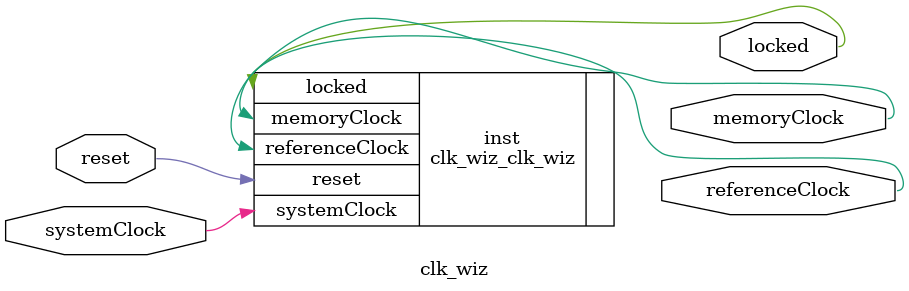
<source format=v>


`timescale 1ps/1ps

(* CORE_GENERATION_INFO = "clk_wiz,clk_wiz_v6_0_0_0,{component_name=clk_wiz,use_phase_alignment=true,use_min_o_jitter=false,use_max_i_jitter=false,use_dyn_phase_shift=false,use_inclk_switchover=false,use_dyn_reconfig=false,enable_axi=0,feedback_source=FDBK_AUTO,PRIMITIVE=PLL,num_out_clk=2,clkin1_period=8.000,clkin2_period=10.0,use_power_down=false,use_reset=true,use_locked=true,use_inclk_stopped=false,feedback_type=SINGLE,CLOCK_MGR_TYPE=NA,manual_override=false}" *)

module clk_wiz 
 (
  // Clock out ports
  output        memoryClock,
  output        referenceClock,
  // Status and control signals
  input         reset,
  output        locked,
 // Clock in ports
  input         systemClock
 );

  clk_wiz_clk_wiz inst
  (
  // Clock out ports  
  .memoryClock(memoryClock),
  .referenceClock(referenceClock),
  // Status and control signals               
  .reset(reset), 
  .locked(locked),
 // Clock in ports
  .systemClock(systemClock)
  );

endmodule

</source>
